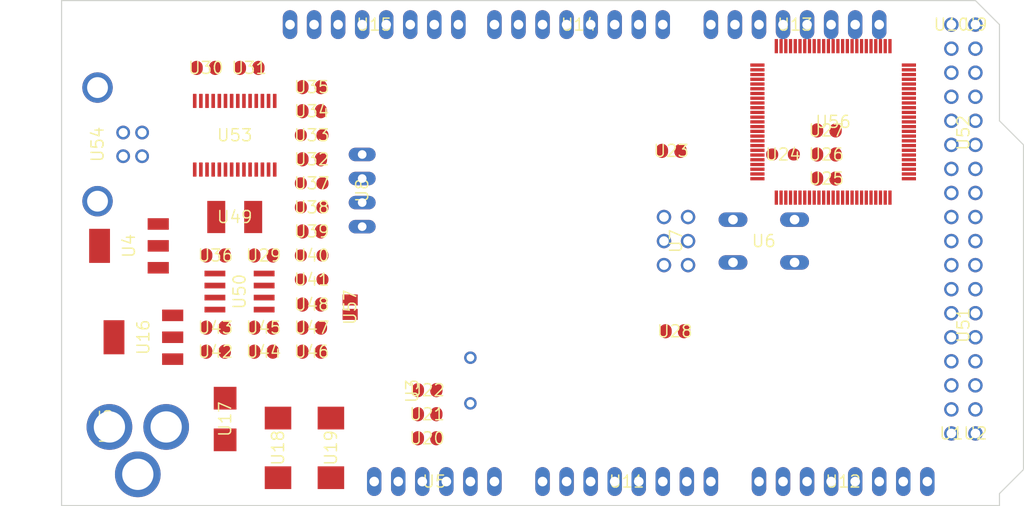
<source format=kicad_pcb>
(kicad_pcb (version 20221018) (generator pcbnew)
  (layers (0 "F.Cu" signal "Top") (31 "B.Cu" signal "Bottom") (34 "B.Paste" user) (35 "F.Paste" user) (36 "B.SilkS" user "B.Silkscreen") (37 "F.SilkS" user "F.Silkscreen") (38 "B.Mask" user) (39 "F.Mask" user) (44 "Edge.Cuts" user))
  (net 0 "")
  (net 1 "+5V")
  (net 2 "GND")
  (net 3 "N$6")
  (net 4 "N$7")
  (net 5 "AREF")
  (net 6 "RESET")
  (net 7 "VIN")
  (net 8 "N$3")
  (net 9 "PWRIN")
  (net 10 "M8RXD")
  (net 11 "M8TXD")
  (net 12 "ADC0")
  (net 13 "ADC2")
  (net 14 "ADC1")
  (net 15 "ADC3")
  (net 16 "ADC4")
  (net 17 "ADC5")
  (net 18 "ADC6")
  (net 19 "ADC7")
  (net 20 "+3V3")
  (net 21 "SDA")
  (net 22 "SCL")
  (net 23 "ADC9")
  (net 24 "ADC8")
  (net 25 "ADC10")
  (net 26 "ADC11")
  (net 27 "ADC12")
  (net 28 "ADC13")
  (net 29 "ADC14")
  (net 30 "ADC15")
  (net 31 "PB3")
  (net 32 "PB2")
  (net 33 "PB1")
  (net 34 "PB5")
  (net 35 "PB4")
  (net 36 "PE5")
  (net 37 "PE4")
  (net 38 "PE3")
  (net 39 "PE1")
  (net 40 "PE0")
  (net 41 "N$15")
  (net 42 "N$53")
  (net 43 "N$54")
  (net 44 "N$55")
  (net 45 "D-")
  (net 46 "D+")
  (net 47 "N$60")
  (net 48 "DTR")
  (net 49 "USBVCC")
  (net 50 "N$2")
  (net 51 "N$4")
  (net 52 "GATE_CMD")
  (net 53 "CMP")
  (net 54 "PB6")
  (net 55 "PH3")
  (net 56 "PH4")
  (net 57 "PH5")
  (net 58 "PH6")
  (net 59 "PG5")
  (net 60 "RXD1")
  (net 61 "TXD1")
  (net 62 "RXD2")
  (net 63 "RXD3")
  (net 64 "TXD2")
  (net 65 "TXD3")
  (net 66 "PC0")
  (net 67 "PC1")
  (net 68 "PC2")
  (net 69 "PC3")
  (net 70 "PC4")
  (net 71 "PC5")
  (net 72 "PC6")
  (net 73 "PC7")
  (net 74 "PB0")
  (net 75 "PG0")
  (net 76 "PG1")
  (net 77 "PG2")
  (net 78 "PD7")
  (net 79 "PA0")
  (net 80 "PA1")
  (net 81 "PA2")
  (net 82 "PA3")
  (net 83 "PA4")
  (net 84 "PA5")
  (net 85 "PA6")
  (net 86 "PA7")
  (net 87 "PL0")
  (net 88 "PL1")
  (net 89 "PL2")
  (net 90 "PL3")
  (net 91 "PL4")
  (net 92 "PL5")
  (net 93 "PL6")
  (net 94 "PL7")
  (net 95 "PB7")
  (net 96 "CTS")
  (net 97 "DSR")
  (net 98 "DCD")
  (net 99 "RI")
  (footprint "Arduino_MEGA_Reference_Design:2X03" (layer "F.Cu") (at 162.5981 103.7336 -90)
    (fp_text reference "U7")
    (fp_text value "")
  )
  (footprint "Arduino_MEGA_Reference_Design:1X08" (layer "F.Cu") (at 152.3111 80.8736 180)
    (fp_text reference "U14")
    (fp_text value "")
  )
  (footprint "Arduino_MEGA_Reference_Design:1X08" (layer "F.Cu") (at 130.7211 80.8736 180)
    (fp_text reference "U15")
    (fp_text value "")
  )
  (footprint "Arduino_MEGA_Reference_Design:SMC_D" (layer "F.Cu") (at 120.5611 125.5776 -90)
    (fp_text reference "U18")
    (fp_text value "")
  )
  (footprint "Arduino_MEGA_Reference_Design:SMC_D" (layer "F.Cu") (at 126.1491 125.5776 -90)
    (fp_text reference "U19")
    (fp_text value "")
  )
  (footprint "Arduino_MEGA_Reference_Design:B3F-10XX" (layer "F.Cu") (at 171.8691 103.7336 180)
    (fp_text reference "U6")
    (fp_text value "")
  )
  (footprint "Arduino_MEGA_Reference_Design:0805RND" (layer "F.Cu") (at 173.9011 94.5896 180)
    (fp_text reference "U24")
    (fp_text value "")
  )
  (footprint "Arduino_MEGA_Reference_Design:SMB" (layer "F.Cu") (at 114.9731 122.5296 -90)
    (fp_text reference "U17")
    (fp_text value "")
  )
  (footprint "Arduino_MEGA_Reference_Design:DC-21MM" (layer "F.Cu") (at 103.0351 123.2916 90)
    (fp_text reference "U55")
    (fp_text value "")
  )
  (footprint "Arduino_MEGA_Reference_Design:HC49_S" (layer "F.Cu") (at 140.8811 118.4656 90)
    (fp_text reference "U3")
    (fp_text value "")
  )
  (footprint "Arduino_MEGA_Reference_Design:SOT223" (layer "F.Cu") (at 106.3371 113.8936 90)
    (fp_text reference "U16")
    (fp_text value "")
  )
  (footprint "Arduino_MEGA_Reference_Design:1X06" (layer "F.Cu") (at 137.0711 129.1336)
    (fp_text reference "U5")
    (fp_text value "")
  )
  (footprint "Arduino_MEGA_Reference_Design:C0805RND" (layer "F.Cu") (at 124.1171 87.4776)
    (fp_text reference "U35")
    (fp_text value "")
  )
  (footprint "Arduino_MEGA_Reference_Design:C0805RND" (layer "F.Cu") (at 162.4711 113.2586)
    (fp_text reference "U28")
    (fp_text value "")
  )
  (footprint "Arduino_MEGA_Reference_Design:C0805RND" (layer "F.Cu") (at 136.3091 122.0216)
    (fp_text reference "U21")
    (fp_text value "")
  )
  (footprint "Arduino_MEGA_Reference_Design:C0805RND" (layer "F.Cu") (at 136.3091 119.4816)
    (fp_text reference "U22")
    (fp_text value "")
  )
  (footprint "Arduino_MEGA_Reference_Design:C0805RND" (layer "F.Cu") (at 113.9571 112.8776)
    (fp_text reference "U43")
    (fp_text value "")
  )
  (footprint "Arduino_MEGA_Reference_Design:RCL_0805RND" (layer "F.Cu") (at 124.1171 105.2576)
    (fp_text reference "U40")
    (fp_text value "")
  )
  (footprint "Arduino_MEGA_Reference_Design:RCL_0805RND" (layer "F.Cu") (at 124.1171 107.7976)
    (fp_text reference "U41")
    (fp_text value "")
  )
  (footprint "Arduino_MEGA_Reference_Design:1X08" (layer "F.Cu") (at 157.3911 129.1336)
    (fp_text reference "U11")
    (fp_text value "")
  )
  (footprint "Arduino_MEGA_Reference_Design:1X08" (layer "F.Cu") (at 175.1711 80.8736 180)
    (fp_text reference "U13")
    (fp_text value "")
  )
  (footprint "Arduino_MEGA_Reference_Design:R0805RND" (layer "F.Cu") (at 178.4731 94.5896 180)
    (fp_text reference "U26")
    (fp_text value "")
  )
  (footprint "Arduino_MEGA_Reference_Design:R0805RND" (layer "F.Cu") (at 178.4731 92.0496 180)
    (fp_text reference "U27")
    (fp_text value "")
  )
  (footprint "Arduino_MEGA_Reference_Design:TQFP100" (layer "F.Cu") (at 179.19430541992188 91.14759826660156 0)
    (fp_text reference "U56")
    (fp_text value "")
  )
  (footprint "Arduino_MEGA_Reference_Design:C0805RND" (layer "F.Cu") (at 162.0901 94.2086 180)
    (fp_text reference "U23")
    (fp_text value "")
  )
  (footprint "Arduino_MEGA_Reference_Design:C0805RND" (layer "F.Cu") (at 136.3091 124.5616)
    (fp_text reference "U20")
    (fp_text value "")
  )
  (footprint "Arduino_MEGA_Reference_Design:1X08" (layer "F.Cu") (at 180.2511 129.1336)
    (fp_text reference "U12")
    (fp_text value "")
  )
  (footprint "Arduino_MEGA_Reference_Design:R0805RND" (layer "F.Cu") (at 124.1171 112.8776)
    (fp_text reference "U47")
    (fp_text value "")
  )
  (footprint "Arduino_MEGA_Reference_Design:C0805RND" (layer "F.Cu") (at 124.1171 115.4176)
    (fp_text reference "U46")
    (fp_text value "")
  )
  (footprint "Arduino_MEGA_Reference_Design:C0805RND" (layer "F.Cu") (at 113.9571 105.2576)
    (fp_text reference "U36")
    (fp_text value "")
  )
  (footprint "Arduino_MEGA_Reference_Design:C0805RND" (layer "F.Cu") (at 112.9411 85.4456)
    (fp_text reference "U30")
    (fp_text value "")
  )
  (footprint "Arduino_MEGA_Reference_Design:0805RND" (layer "F.Cu") (at 124.1171 100.1776 180)
    (fp_text reference "U38")
    (fp_text value "")
  )
  (footprint "Arduino_MEGA_Reference_Design:0805RND" (layer "F.Cu") (at 124.1171 97.6376 180)
    (fp_text reference "U37")
    (fp_text value "")
  )
  (footprint "Arduino_MEGA_Reference_Design:R0805RND" (layer "F.Cu") (at 124.1171 95.0976)
    (fp_text reference "U32")
    (fp_text value "")
  )
  (footprint "Arduino_MEGA_Reference_Design:R0805RND" (layer "F.Cu") (at 124.1171 102.7176)
    (fp_text reference "U39")
    (fp_text value "")
  )
  (footprint "Arduino_MEGA_Reference_Design:SSOP28" (layer "F.Cu") (at 115.9891 92.5576)
    (fp_text reference "U53")
    (fp_text value "")
  )
  (footprint "Arduino_MEGA_Reference_Design:PN61729" (layer "F.Cu") (at 98.9584 93.5228 -90)
    (fp_text reference "U54")
    (fp_text value "")
  )
  (footprint "Arduino_MEGA_Reference_Design:L1812" (layer "F.Cu") (at 115.9891 101.1936)
    (fp_text reference "U49")
    (fp_text value "")
  )
  (footprint "Arduino_MEGA_Reference_Design:C0805RND" (layer "F.Cu") (at 117.5131 85.4456)
    (fp_text reference "U31")
    (fp_text value "")
  )
  (footprint "Arduino_MEGA_Reference_Design:0805RND" (layer "F.Cu") (at 124.1171 92.5576 180)
    (fp_text reference "U33")
    (fp_text value "")
  )
  (footprint "Arduino_MEGA_Reference_Design:R0805RND" (layer "F.Cu") (at 124.1171 90.0176 180)
    (fp_text reference "U34")
    (fp_text value "")
  )
  (footprint "Arduino_MEGA_Reference_Design:C0805RND" (layer "F.Cu") (at 124.1171 110.4392 180)
    (fp_text reference "U48")
    (fp_text value "")
  )
  (footprint "Arduino_MEGA_Reference_Design:SOT223" (layer "F.Cu") (at 104.8131 104.2416 90)
    (fp_text reference "U4")
    (fp_text value "")
  )
  (footprint "Arduino_MEGA_Reference_Design:SO08" (layer "F.Cu") (at 116.4971 109.0676 -90)
    (fp_text reference "U50")
    (fp_text value "")
  )
  (footprint "Arduino_MEGA_Reference_Design:R0805RND" (layer "F.Cu") (at 113.9571 115.4176 180)
    (fp_text reference "U42")
    (fp_text value "")
  )
  (footprint "Arduino_MEGA_Reference_Design:R0805RND" (layer "F.Cu") (at 119.0371 112.8776 180)
    (fp_text reference "U45")
    (fp_text value "")
  )
  (footprint "Arduino_MEGA_Reference_Design:C0805RND" (layer "F.Cu") (at 119.0371 115.4176 180)
    (fp_text reference "U44")
    (fp_text value "")
  )
  (footprint "Arduino_MEGA_Reference_Design:C0805RND" (layer "F.Cu") (at 119.0371 105.2576)
    (fp_text reference "U29")
    (fp_text value "")
  )
  (footprint "Arduino_MEGA_Reference_Design:2X08" (layer "F.Cu") (at 192.9511 92.3036 90)
    (fp_text reference "U52")
    (fp_text value "")
  )
  (footprint "Arduino_MEGA_Reference_Design:2X08" (layer "F.Cu") (at 192.9511 112.6236 90)
    (fp_text reference "U51")
    (fp_text value "")
  )
  (footprint "Arduino_MEGA_Reference_Design:R0805RND" (layer "F.Cu") (at 178.4731 97.1296 180)
    (fp_text reference "U25")
    (fp_text value "")
  )
  (footprint "Arduino_MEGA_Reference_Design:1X01" (layer "F.Cu") (at 191.6811 80.8736)
    (fp_text reference "U10")
    (fp_text value "")
  )
  (footprint "Arduino_MEGA_Reference_Design:1X01" (layer "F.Cu") (at 194.2211 80.8736)
    (fp_text reference "U9")
    (fp_text value "")
  )
  (footprint "Arduino_MEGA_Reference_Design:1X01" (layer "F.Cu") (at 191.6811 124.0536)
    (fp_text reference "U1")
    (fp_text value "")
  )
  (footprint "Arduino_MEGA_Reference_Design:1X01" (layer "F.Cu") (at 194.2211 124.0536)
    (fp_text reference "U2")
    (fp_text value "")
  )
  (footprint "Arduino_MEGA_Reference_Design:SJ" (layer "F.Cu") (at 128.1811 110.7186 -90)
    (fp_text reference "U57")
    (fp_text value "")
  )
  (footprint "Arduino_MEGA_Reference_Design:JP4" (layer "F.Cu") (at 129.4511 98.3996 -90)
    (fp_text reference "U8")
    (fp_text value "")
  )
  (gr_line (start 196.7611 80.8736) (end 196.7611 91.0336) (layer "Edge.Cuts") (width 0.12))
  (gr_line (start 196.7611 130.4036) (end 196.7611 131.6736) (layer "Edge.Cuts") (width 0.12))
  (gr_line (start 194.2211 78.3336) (end 196.7611 80.8736) (layer "Edge.Cuts") (width 0.12))
  (gr_line (start 97.7011 78.3336) (end 194.2211 78.3336) (layer "Edge.Cuts") (width 0.12))
  (gr_line (start 196.7611 91.0336) (end 199.3011 93.5736) (layer "Edge.Cuts") (width 0.12))
  (gr_line (start 97.7011 131.6736) (end 97.7011 78.3336) (layer "Edge.Cuts") (width 0.12))
  (gr_line (start 196.7611 131.6736) (end 97.7011 131.6736) (layer "Edge.Cuts") (width 0.12))
  (gr_line (start 199.3011 93.5736) (end 199.3011 127.8636) (layer "Edge.Cuts") (width 0.12))
  (gr_line (start 199.3011 127.8636) (end 196.7611 130.4036) (layer "Edge.Cuts") (width 0.12))
)
</source>
